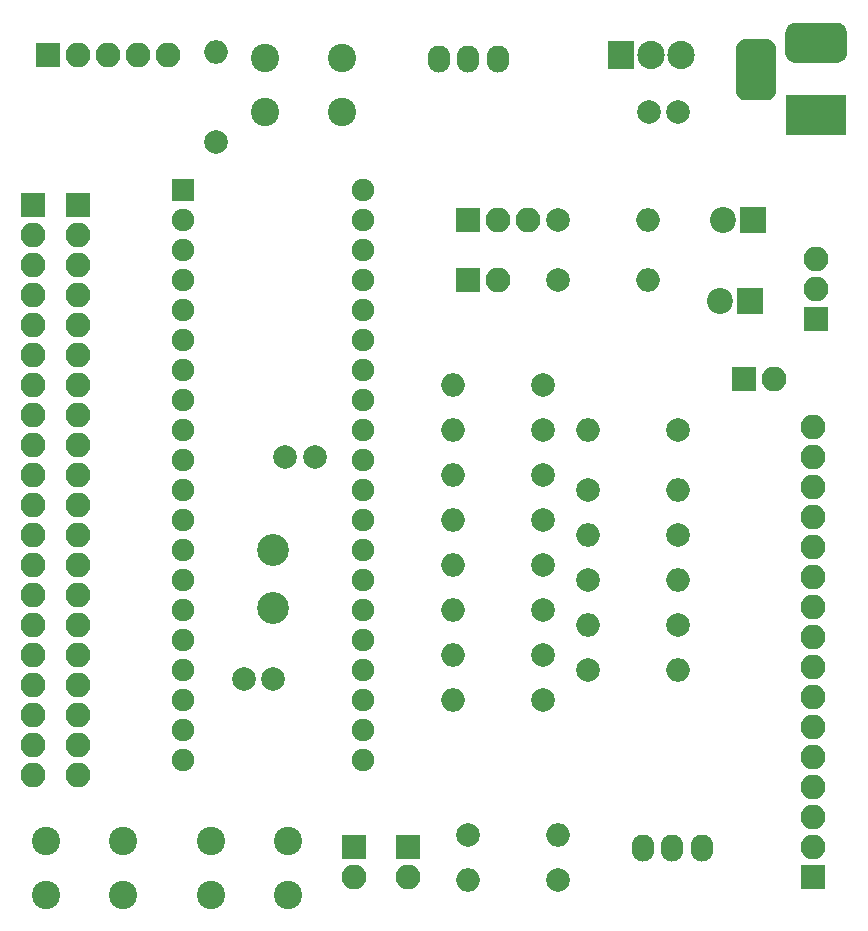
<source format=gbr>
G04 #@! TF.GenerationSoftware,KiCad,Pcbnew,(5.0.0)*
G04 #@! TF.CreationDate,2019-10-23T21:58:30-05:00*
G04 #@! TF.ProjectId,18F_DSPIC,3138465F44535049432E6B696361645F,rev?*
G04 #@! TF.SameCoordinates,Original*
G04 #@! TF.FileFunction,Soldermask,Top*
G04 #@! TF.FilePolarity,Negative*
%FSLAX46Y46*%
G04 Gerber Fmt 4.6, Leading zero omitted, Abs format (unit mm)*
G04 Created by KiCad (PCBNEW (5.0.0)) date 10/23/19 21:58:30*
%MOMM*%
%LPD*%
G01*
G04 APERTURE LIST*
%ADD10O,2.100000X2.100000*%
%ADD11R,2.100000X2.100000*%
%ADD12R,2.200000X2.200000*%
%ADD13C,2.200000*%
%ADD14O,2.000000X2.000000*%
%ADD15C,2.000000*%
%ADD16C,2.400000*%
%ADD17R,1.898600X1.898600*%
%ADD18C,1.898600*%
%ADD19C,2.700000*%
%ADD20C,0.100000*%
%ADD21C,3.400000*%
%ADD22R,5.200000X3.400000*%
%ADD23R,2.305000X2.400000*%
%ADD24O,2.305000X2.400000*%
%ADD25O,1.901140X2.299920*%
G04 APERTURE END LIST*
D10*
G04 #@! TO.C,*
X90170000Y-116840000D03*
X90170000Y-114300000D03*
X90170000Y-111760000D03*
X90170000Y-109220000D03*
X90170000Y-106680000D03*
X90170000Y-104140000D03*
X90170000Y-101600000D03*
X90170000Y-99060000D03*
X90170000Y-96520000D03*
X90170000Y-93980000D03*
X90170000Y-91440000D03*
X90170000Y-88900000D03*
X90170000Y-86360000D03*
X90170000Y-83820000D03*
X90170000Y-81280000D03*
X90170000Y-78740000D03*
X90170000Y-76200000D03*
X90170000Y-73660000D03*
X90170000Y-71120000D03*
D11*
X90170000Y-68580000D03*
G04 #@! TD*
D12*
G04 #@! TO.C,D1*
X151130000Y-69850000D03*
D13*
X148590000Y-69850000D03*
G04 #@! TD*
G04 #@! TO.C,D2*
X148336000Y-76708000D03*
D12*
X150876000Y-76708000D03*
G04 #@! TD*
D10*
G04 #@! TO.C,INT0*
X117348000Y-125476000D03*
D11*
X117348000Y-122936000D03*
G04 #@! TD*
G04 #@! TO.C,INT1*
X121920000Y-122936000D03*
D10*
X121920000Y-125476000D03*
G04 #@! TD*
D11*
G04 #@! TO.C,RB1*
X127000000Y-74930000D03*
D10*
X129540000Y-74930000D03*
G04 #@! TD*
D11*
G04 #@! TO.C,SALIDA*
X150368000Y-83312000D03*
D10*
X152908000Y-83312000D03*
G04 #@! TD*
D11*
G04 #@! TO.C,PICKIT*
X91440000Y-55880000D03*
D10*
X93980000Y-55880000D03*
X96520000Y-55880000D03*
X99060000Y-55880000D03*
X101600000Y-55880000D03*
G04 #@! TD*
D14*
G04 #@! TO.C,10K*
X127000000Y-125730000D03*
D15*
X134620000Y-125730000D03*
G04 #@! TD*
D14*
G04 #@! TO.C,10K*
X134620000Y-121920000D03*
D15*
X127000000Y-121920000D03*
G04 #@! TD*
G04 #@! TO.C,10K*
X105664000Y-63246000D03*
D14*
X105664000Y-55626000D03*
G04 #@! TD*
D15*
G04 #@! TO.C,330*
X134620000Y-69850000D03*
D14*
X142240000Y-69850000D03*
G04 #@! TD*
G04 #@! TO.C,330*
X142240000Y-74930000D03*
D15*
X134620000Y-74930000D03*
G04 #@! TD*
D14*
G04 #@! TO.C,20K*
X125730000Y-83820000D03*
D15*
X133350000Y-83820000D03*
G04 #@! TD*
D14*
G04 #@! TO.C,20K*
X125730000Y-87630000D03*
D15*
X133350000Y-87630000D03*
G04 #@! TD*
G04 #@! TO.C,10K*
X144780000Y-87630000D03*
D14*
X137160000Y-87630000D03*
G04 #@! TD*
D15*
G04 #@! TO.C,20K*
X133350000Y-91440000D03*
D14*
X125730000Y-91440000D03*
G04 #@! TD*
G04 #@! TO.C,10K*
X144780000Y-92710000D03*
D15*
X137160000Y-92710000D03*
G04 #@! TD*
G04 #@! TO.C,20K*
X133350000Y-102870000D03*
D14*
X125730000Y-102870000D03*
G04 #@! TD*
D15*
G04 #@! TO.C,10K*
X144780000Y-96520000D03*
D14*
X137160000Y-96520000D03*
G04 #@! TD*
G04 #@! TO.C,20K*
X125730000Y-106680000D03*
D15*
X133350000Y-106680000D03*
G04 #@! TD*
D14*
G04 #@! TO.C,10K*
X144780000Y-100330000D03*
D15*
X137160000Y-100330000D03*
G04 #@! TD*
G04 #@! TO.C,20K*
X133350000Y-95250000D03*
D14*
X125730000Y-95250000D03*
G04 #@! TD*
D15*
G04 #@! TO.C,10K*
X137160000Y-107950000D03*
D14*
X144780000Y-107950000D03*
G04 #@! TD*
G04 #@! TO.C,20K*
X125730000Y-99060000D03*
D15*
X133350000Y-99060000D03*
G04 #@! TD*
G04 #@! TO.C,10K*
X144780000Y-104140000D03*
D14*
X137160000Y-104140000D03*
G04 #@! TD*
D15*
G04 #@! TO.C,20K*
X133350000Y-110490000D03*
D14*
X125730000Y-110490000D03*
G04 #@! TD*
D16*
G04 #@! TO.C,INT0*
X91290000Y-127000000D03*
X91290000Y-122500000D03*
X97790000Y-127000000D03*
X97790000Y-122500000D03*
G04 #@! TD*
G04 #@! TO.C,INT1*
X111760000Y-122500000D03*
X111760000Y-127000000D03*
X105260000Y-122500000D03*
X105260000Y-127000000D03*
G04 #@! TD*
G04 #@! TO.C,RESET*
X116332000Y-56206000D03*
X116332000Y-60706000D03*
X109832000Y-56206000D03*
X109832000Y-60706000D03*
G04 #@! TD*
D17*
G04 #@! TO.C,U1*
X102870000Y-67310000D03*
D18*
X102870000Y-69850000D03*
X102870000Y-72390000D03*
X102870000Y-74930000D03*
X102870000Y-77470000D03*
X102870000Y-80010000D03*
X102870000Y-82550000D03*
X102870000Y-85090000D03*
X102870000Y-87630000D03*
X102870000Y-90170000D03*
X102870000Y-92710000D03*
X102870000Y-95250000D03*
X102870000Y-97790000D03*
X102870000Y-100330000D03*
X102870000Y-102870000D03*
X102870000Y-105410000D03*
X102870000Y-107950000D03*
X102870000Y-110490000D03*
X102870000Y-113030000D03*
X102870000Y-115570000D03*
X118110000Y-115570000D03*
X118110000Y-113030000D03*
X118110000Y-110490000D03*
X118110000Y-107950000D03*
X118110000Y-105410000D03*
X118110000Y-102870000D03*
X118110000Y-100330000D03*
X118110000Y-97790000D03*
X118110000Y-95250000D03*
X118110000Y-92710000D03*
X118110000Y-90170000D03*
X118110000Y-87630000D03*
X118110000Y-85090000D03*
X118110000Y-82550000D03*
X118110000Y-80010000D03*
X118110000Y-77470000D03*
X118110000Y-74930000D03*
X118110000Y-72390000D03*
X118110000Y-69850000D03*
X118110000Y-67310000D03*
G04 #@! TD*
D11*
G04 #@! TO.C,*
X93980000Y-68580000D03*
D10*
X93980000Y-71120000D03*
X93980000Y-73660000D03*
X93980000Y-76200000D03*
X93980000Y-78740000D03*
X93980000Y-81280000D03*
X93980000Y-83820000D03*
X93980000Y-86360000D03*
X93980000Y-88900000D03*
X93980000Y-91440000D03*
X93980000Y-93980000D03*
X93980000Y-96520000D03*
X93980000Y-99060000D03*
X93980000Y-101600000D03*
X93980000Y-104140000D03*
X93980000Y-106680000D03*
X93980000Y-109220000D03*
X93980000Y-111760000D03*
X93980000Y-114300000D03*
X93980000Y-116840000D03*
G04 #@! TD*
D15*
G04 #@! TO.C,15pF*
X111506000Y-89916000D03*
X114006000Y-89916000D03*
G04 #@! TD*
G04 #@! TO.C,15pF*
X107990000Y-108712000D03*
X110490000Y-108712000D03*
G04 #@! TD*
D19*
G04 #@! TO.C,12MHz*
X110490000Y-97790000D03*
X110490000Y-102690000D03*
G04 #@! TD*
D11*
G04 #@! TO.C,1*
X156210000Y-125476000D03*
D10*
X156210000Y-122936000D03*
X156210000Y-120396000D03*
X156210000Y-117856000D03*
X156210000Y-115316000D03*
X156210000Y-112776000D03*
X156210000Y-110236000D03*
X156210000Y-107696000D03*
X156210000Y-105156000D03*
X156210000Y-102616000D03*
X156210000Y-100076000D03*
X156210000Y-97536000D03*
X156210000Y-94996000D03*
X156210000Y-92456000D03*
X156210000Y-89916000D03*
X156210000Y-87376000D03*
G04 #@! TD*
D15*
G04 #@! TO.C,100nF*
X144780000Y-60706000D03*
X142280000Y-60706000D03*
G04 #@! TD*
D20*
G04 #@! TO.C,J10*
G36*
X158297315Y-53164093D02*
X158379827Y-53176333D01*
X158460742Y-53196601D01*
X158539281Y-53224702D01*
X158614687Y-53260367D01*
X158686235Y-53303251D01*
X158753234Y-53352941D01*
X158815041Y-53408959D01*
X158871059Y-53470766D01*
X158920749Y-53537765D01*
X158963633Y-53609313D01*
X158999298Y-53684719D01*
X159027399Y-53763258D01*
X159047667Y-53844173D01*
X159059907Y-53926685D01*
X159064000Y-54010000D01*
X159064000Y-55710000D01*
X159059907Y-55793315D01*
X159047667Y-55875827D01*
X159027399Y-55956742D01*
X158999298Y-56035281D01*
X158963633Y-56110687D01*
X158920749Y-56182235D01*
X158871059Y-56249234D01*
X158815041Y-56311041D01*
X158753234Y-56367059D01*
X158686235Y-56416749D01*
X158614687Y-56459633D01*
X158539281Y-56495298D01*
X158460742Y-56523399D01*
X158379827Y-56543667D01*
X158297315Y-56555907D01*
X158214000Y-56560000D01*
X154714000Y-56560000D01*
X154630685Y-56555907D01*
X154548173Y-56543667D01*
X154467258Y-56523399D01*
X154388719Y-56495298D01*
X154313313Y-56459633D01*
X154241765Y-56416749D01*
X154174766Y-56367059D01*
X154112959Y-56311041D01*
X154056941Y-56249234D01*
X154007251Y-56182235D01*
X153964367Y-56110687D01*
X153928702Y-56035281D01*
X153900601Y-55956742D01*
X153880333Y-55875827D01*
X153868093Y-55793315D01*
X153864000Y-55710000D01*
X153864000Y-54010000D01*
X153868093Y-53926685D01*
X153880333Y-53844173D01*
X153900601Y-53763258D01*
X153928702Y-53684719D01*
X153964367Y-53609313D01*
X154007251Y-53537765D01*
X154056941Y-53470766D01*
X154112959Y-53408959D01*
X154174766Y-53352941D01*
X154241765Y-53303251D01*
X154313313Y-53260367D01*
X154388719Y-53224702D01*
X154467258Y-53196601D01*
X154548173Y-53176333D01*
X154630685Y-53164093D01*
X154714000Y-53160000D01*
X158214000Y-53160000D01*
X158297315Y-53164093D01*
X158297315Y-53164093D01*
G37*
D21*
X156464000Y-54860000D03*
D22*
X156464000Y-60960000D03*
D20*
G36*
X152317315Y-54554093D02*
X152399827Y-54566333D01*
X152480742Y-54586601D01*
X152559281Y-54614702D01*
X152634687Y-54650367D01*
X152706235Y-54693251D01*
X152773234Y-54742941D01*
X152835041Y-54798959D01*
X152891059Y-54860766D01*
X152940749Y-54927765D01*
X152983633Y-54999313D01*
X153019298Y-55074719D01*
X153047399Y-55153258D01*
X153067667Y-55234173D01*
X153079907Y-55316685D01*
X153084000Y-55400000D01*
X153084000Y-58900000D01*
X153079907Y-58983315D01*
X153067667Y-59065827D01*
X153047399Y-59146742D01*
X153019298Y-59225281D01*
X152983633Y-59300687D01*
X152940749Y-59372235D01*
X152891059Y-59439234D01*
X152835041Y-59501041D01*
X152773234Y-59557059D01*
X152706235Y-59606749D01*
X152634687Y-59649633D01*
X152559281Y-59685298D01*
X152480742Y-59713399D01*
X152399827Y-59733667D01*
X152317315Y-59745907D01*
X152234000Y-59750000D01*
X150534000Y-59750000D01*
X150450685Y-59745907D01*
X150368173Y-59733667D01*
X150287258Y-59713399D01*
X150208719Y-59685298D01*
X150133313Y-59649633D01*
X150061765Y-59606749D01*
X149994766Y-59557059D01*
X149932959Y-59501041D01*
X149876941Y-59439234D01*
X149827251Y-59372235D01*
X149784367Y-59300687D01*
X149748702Y-59225281D01*
X149720601Y-59146742D01*
X149700333Y-59065827D01*
X149688093Y-58983315D01*
X149684000Y-58900000D01*
X149684000Y-55400000D01*
X149688093Y-55316685D01*
X149700333Y-55234173D01*
X149720601Y-55153258D01*
X149748702Y-55074719D01*
X149784367Y-54999313D01*
X149827251Y-54927765D01*
X149876941Y-54860766D01*
X149932959Y-54798959D01*
X149994766Y-54742941D01*
X150061765Y-54693251D01*
X150133313Y-54650367D01*
X150208719Y-54614702D01*
X150287258Y-54586601D01*
X150368173Y-54566333D01*
X150450685Y-54554093D01*
X150534000Y-54550000D01*
X152234000Y-54550000D01*
X152317315Y-54554093D01*
X152317315Y-54554093D01*
G37*
D21*
X151384000Y-57150000D03*
G04 #@! TD*
D11*
G04 #@! TO.C,VDD*
X156464000Y-78232000D03*
D10*
X156464000Y-75692000D03*
X156464000Y-73152000D03*
G04 #@! TD*
D23*
G04 #@! TO.C,U2*
X139954000Y-55880000D03*
D24*
X142494000Y-55880000D03*
X145034000Y-55880000D03*
G04 #@! TD*
D11*
G04 #@! TO.C,RB0*
X127000000Y-69850000D03*
D10*
X129540000Y-69850000D03*
X132080000Y-69850000D03*
G04 #@! TD*
D25*
G04 #@! TO.C,LCD*
X141772640Y-123063000D03*
X144272000Y-123063000D03*
X146771360Y-123063000D03*
G04 #@! TD*
G04 #@! TO.C,ADC*
X129499360Y-56261000D03*
X127000000Y-56261000D03*
X124500640Y-56261000D03*
G04 #@! TD*
M02*

</source>
